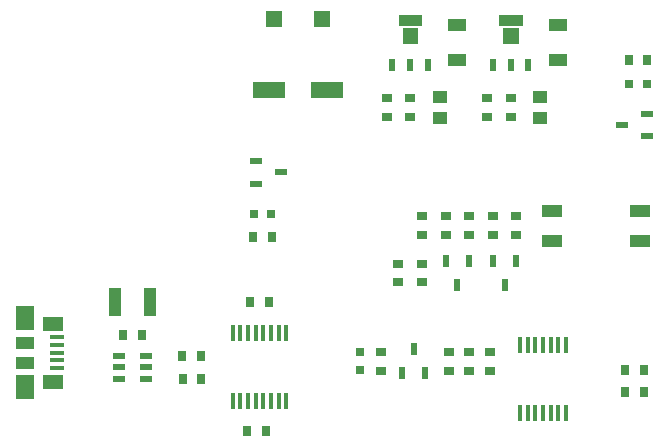
<source format=gbr>
%TF.GenerationSoftware,KiCad,Pcbnew,no-vcs-found*%
%TF.CreationDate,2017-10-09T11:26:26+10:30*%
%TF.ProjectId,clearpath-sc-single-channel,636C656172706174682D73632D73696E,1.0*%
%TF.SameCoordinates,Original*%
%TF.FileFunction,Paste,Top*%
%TF.FilePolarity,Positive*%
%FSLAX46Y46*%
G04 Gerber Fmt 4.6, Leading zero omitted, Abs format (unit mm)*
G04 Created by KiCad (PCBNEW no-vcs-found) date Mon Oct  9 11:26:26 2017*
%MOMM*%
%LPD*%
G01*
G04 APERTURE LIST*
%ADD10C,0.010000*%
%ADD11R,0.991200X2.360400*%
%ADD12R,1.680000X1.008000*%
%ADD13R,0.772800X0.814800*%
%ADD14R,1.528800X0.974400*%
%ADD15R,1.234800X0.974400*%
%ADD16R,2.746800X1.327200*%
%ADD17R,0.814800X0.772800*%
%ADD18R,1.394400X1.360800*%
%ADD19R,0.991200X0.512400*%
%ADD20R,0.764400X0.781200*%
%ADD21R,0.512400X0.991200*%
%ADD22R,0.781200X0.764400*%
%ADD23R,1.596000X0.987000*%
%ADD24R,1.596000X1.995000*%
%ADD25R,1.764000X1.239000*%
%ADD26R,1.159200X0.378000*%
%ADD27R,0.823200X0.714000*%
%ADD28R,0.714000X0.823200*%
%ADD29R,0.588000X1.008000*%
%ADD30R,0.344400X1.318800*%
%ADD31R,1.134000X0.470400*%
G04 APERTURE END LIST*
D10*
%TO.C,U1*%
G36*
X133400000Y-109500000D02*
X134600000Y-109500000D01*
X134600000Y-108300000D01*
X133400000Y-108300000D01*
X133400000Y-109500000D01*
X133400000Y-109500000D01*
G37*
X133400000Y-109500000D02*
X134600000Y-109500000D01*
X134600000Y-108300000D01*
X133400000Y-108300000D01*
X133400000Y-109500000D01*
G36*
X133050000Y-108000000D02*
X134950000Y-108000000D01*
X134950000Y-107150000D01*
X133050000Y-107150000D01*
X133050000Y-108000000D01*
X133050000Y-108000000D01*
G37*
X133050000Y-108000000D02*
X134950000Y-108000000D01*
X134950000Y-107150000D01*
X133050000Y-107150000D01*
X133050000Y-108000000D01*
%TO.C,U4*%
G36*
X141550000Y-108000000D02*
X143450000Y-108000000D01*
X143450000Y-107150000D01*
X141550000Y-107150000D01*
X141550000Y-108000000D01*
X141550000Y-108000000D01*
G37*
X141550000Y-108000000D02*
X143450000Y-108000000D01*
X143450000Y-107150000D01*
X141550000Y-107150000D01*
X141550000Y-108000000D01*
G36*
X141900000Y-109500000D02*
X143100000Y-109500000D01*
X143100000Y-108300000D01*
X141900000Y-108300000D01*
X141900000Y-109500000D01*
X141900000Y-109500000D01*
G37*
X141900000Y-109500000D02*
X143100000Y-109500000D01*
X143100000Y-108300000D01*
X141900000Y-108300000D01*
X141900000Y-109500000D01*
%TD*%
D11*
%TO.C,F1*%
X109015000Y-131500000D03*
X111985000Y-131500000D03*
%TD*%
D12*
%TO.C,FB1*%
X153500000Y-126270000D03*
X153500000Y-123730000D03*
X146000000Y-123730000D03*
X146000000Y-126270000D03*
%TD*%
D13*
%TO.C,C1*%
X122025000Y-131500000D03*
X120475000Y-131500000D03*
%TD*%
%TO.C,C2*%
X121775000Y-142350000D03*
X120225000Y-142350000D03*
%TD*%
D14*
%TO.C,C3*%
X138000000Y-108025000D03*
X138000000Y-110975000D03*
%TD*%
D15*
%TO.C,C4*%
X136500000Y-115875000D03*
X136500000Y-114125000D03*
%TD*%
D16*
%TO.C,C5*%
X126980000Y-113500000D03*
X122020000Y-113500000D03*
%TD*%
D14*
%TO.C,C6*%
X146500000Y-110975000D03*
X146500000Y-108025000D03*
%TD*%
D15*
%TO.C,C7*%
X145000000Y-114125000D03*
X145000000Y-115875000D03*
%TD*%
D13*
%TO.C,C8*%
X109725000Y-134250000D03*
X111275000Y-134250000D03*
%TD*%
D17*
%TO.C,C9*%
X141000000Y-124225000D03*
X141000000Y-125775000D03*
%TD*%
%TO.C,C10*%
X135000000Y-124225000D03*
X135000000Y-125775000D03*
%TD*%
%TO.C,C11*%
X139000000Y-135725000D03*
X139000000Y-137275000D03*
%TD*%
D18*
%TO.C,D1*%
X126530000Y-107500000D03*
X122470000Y-107500000D03*
%TD*%
D19*
%TO.C,D2*%
X120975000Y-119550000D03*
X120975000Y-121450000D03*
X123025000Y-120500000D03*
%TD*%
%TO.C,D3*%
X151975000Y-116500000D03*
X154025000Y-115550000D03*
X154025000Y-117450000D03*
%TD*%
D20*
%TO.C,D4*%
X120740000Y-124000000D03*
X122260000Y-124000000D03*
%TD*%
%TO.C,D5*%
X154020000Y-113000000D03*
X152500000Y-113000000D03*
%TD*%
D21*
%TO.C,D6*%
X134300000Y-135450000D03*
X135250000Y-137500000D03*
X133350000Y-137500000D03*
%TD*%
D22*
%TO.C,D7*%
X129750000Y-137260000D03*
X129750000Y-135740000D03*
%TD*%
D23*
%TO.C,J?1*%
X101420000Y-136590000D03*
X101420000Y-134910000D03*
D24*
X101420000Y-138660000D03*
X101420000Y-132840000D03*
D25*
X103720000Y-138212500D03*
X103720000Y-133287500D03*
D26*
X104080000Y-137050000D03*
X104080000Y-136400000D03*
X104080000Y-135750000D03*
X104080000Y-135100000D03*
X104080000Y-134450000D03*
%TD*%
D21*
%TO.C,Q1*%
X138950000Y-127975000D03*
X137050000Y-127975000D03*
X138000000Y-130025000D03*
%TD*%
%TO.C,Q2*%
X142950000Y-127975000D03*
X141050000Y-127975000D03*
X142000000Y-130025000D03*
%TD*%
D27*
%TO.C,R1*%
X132000000Y-114225000D03*
X132000000Y-115775000D03*
%TD*%
%TO.C,R2*%
X134000000Y-114225000D03*
X134000000Y-115775000D03*
%TD*%
%TO.C,R3*%
X140500000Y-115775000D03*
X140500000Y-114225000D03*
%TD*%
%TO.C,R4*%
X142500000Y-115775000D03*
X142500000Y-114225000D03*
%TD*%
D28*
%TO.C,R5*%
X114725000Y-136000000D03*
X116275000Y-136000000D03*
%TD*%
%TO.C,R6*%
X116300000Y-138000000D03*
X114750000Y-138000000D03*
%TD*%
%TO.C,R7*%
X122275000Y-126000000D03*
X120725000Y-126000000D03*
%TD*%
%TO.C,R8*%
X154050000Y-111000000D03*
X152500000Y-111000000D03*
%TD*%
D27*
%TO.C,R9*%
X133000000Y-129775000D03*
X133000000Y-128225000D03*
%TD*%
%TO.C,R10*%
X137000000Y-124225000D03*
X137000000Y-125775000D03*
%TD*%
%TO.C,R11*%
X135000000Y-129775000D03*
X135000000Y-128225000D03*
%TD*%
%TO.C,R12*%
X139000000Y-124225000D03*
X139000000Y-125775000D03*
%TD*%
%TO.C,R13*%
X143000000Y-125775000D03*
X143000000Y-124225000D03*
%TD*%
D28*
%TO.C,R14*%
X153775000Y-139100000D03*
X152225000Y-139100000D03*
%TD*%
%TO.C,R15*%
X152225000Y-137250000D03*
X153775000Y-137250000D03*
%TD*%
D27*
%TO.C,R16*%
X137250000Y-137275000D03*
X137250000Y-135725000D03*
%TD*%
%TO.C,R17*%
X131500000Y-137275000D03*
X131500000Y-135725000D03*
%TD*%
D29*
%TO.C,U1*%
X132500000Y-111375000D03*
X134000000Y-111375000D03*
X135500000Y-111375000D03*
%TD*%
D30*
%TO.C,U2*%
X118975000Y-134130000D03*
X119625000Y-134130000D03*
X120275000Y-134130000D03*
X120925000Y-134130000D03*
X121575000Y-134130000D03*
X122225000Y-134130000D03*
X122875000Y-134130000D03*
X123525000Y-134130000D03*
X123525000Y-139870000D03*
X122875000Y-139870000D03*
X122225000Y-139870000D03*
X121575000Y-139870000D03*
X120925000Y-139870000D03*
X120275000Y-139870000D03*
X119625000Y-139870000D03*
X118975000Y-139870000D03*
%TD*%
D31*
%TO.C,U3*%
X109325000Y-136050000D03*
X109325000Y-137000000D03*
X109325000Y-137950000D03*
X111675000Y-137950000D03*
X111675000Y-137000000D03*
X111675000Y-136050000D03*
%TD*%
D29*
%TO.C,U4*%
X144000000Y-111375000D03*
X142500000Y-111375000D03*
X141000000Y-111375000D03*
%TD*%
D30*
%TO.C,U5*%
X143300000Y-135130000D03*
X143950000Y-135130000D03*
X144600000Y-135130000D03*
X145250000Y-135130000D03*
X145900000Y-135130000D03*
X146550000Y-135130000D03*
X147200000Y-135130000D03*
X147200000Y-140870000D03*
X146550000Y-140870000D03*
X145900000Y-140870000D03*
X145250000Y-140870000D03*
X144600000Y-140870000D03*
X143950000Y-140870000D03*
X143300000Y-140870000D03*
%TD*%
D17*
%TO.C,C12*%
X140750000Y-135725000D03*
X140750000Y-137275000D03*
%TD*%
M02*

</source>
